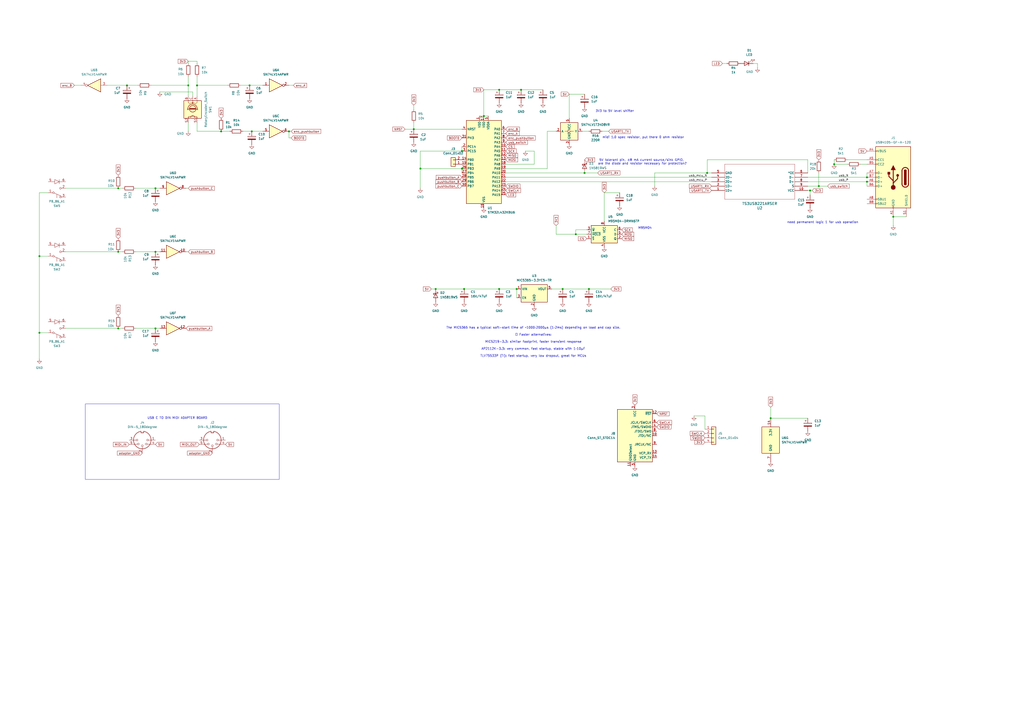
<source format=kicad_sch>
(kicad_sch (version 20250114) (generator "eeschema") (generator_version "9.0")
  (paper "A2")
  (rectangle (start 49.53 234.315) (end 161.925 278.13))
  (text "The MIC5365 has a typical soft-start time of ~1000–2000 µs (1–2 ms) depending on load and cap size.\n\n➡️ Faster alternatives:\n\nMIC5219-3.3: similar footprint, faster transient response\n\nAP2112K-3.3: very common, fast startup, stable with 1–10 µF\n\nTLV75533P (TI): fast startup, very low dropout, great for MCUs\n\n" (at 309.372 199.39 0) (effects (font (size 1.27 1.27))))
  (text "M95M04" (at 374.142 132.334 0) (effects (font (size 1.27 1.27))))
  (text "5V tolerant pin, ±8 mA current source/sink GPIO, \nare the diode and resistor necessary for protection?\n" (at 372.618 93.98 0) (effects (font (size 1.27 1.27))))
  (text "3V3 to 5V level shifter\n" (at 356.616 64.516 0) (effects (font (size 1.27 1.27))))
  (text "need permanent logic 1 for usb operation\n" (at 477.266 129.032 0) (effects (font (size 1.27 1.27))))
  (text "USB C TO DIN MIDI ADAPTER BOARD\n" (at 102.87 242.57 0) (effects (font (size 1.27 1.27))))
  (text "midi 1.0 spec resistor, put there 0 ohm resistor\n\n" (at 373.126 80.772 0) (effects (font (size 1.27 1.27))))
  (junction (at 22.86 193.04))
  (junction (at 469.9 110.49))
  (junction (at 410.21 100.33))
  (junction (at 339.09 100.33))
  (junction (at 483.87 95.25))
  (junction (at 280.67 67.31))
  (junction (at 474.98 107.95))
  (junction (at 502.92 102.87))
  (junction (at 302.26 52.07))
  (junction (at 146.05 76.2))
  (junction (at 90.17 146.05))
  (junction (at 252.73 167.64))
  (junction (at 167.64 76.2))
  (junction (at 326.39 167.64))
  (junction (at 289.56 167.64))
  (junction (at 240.03 74.93))
  (junction (at 73.66 49.53))
  (junction (at 502.92 105.41))
  (junction (at 68.58 146.05))
  (junction (at 518.16 125.73))
  (junction (at 109.22 49.53))
  (junction (at 267.97 87.63))
  (junction (at 68.58 109.22))
  (junction (at 68.58 190.5))
  (junction (at 90.17 190.5))
  (junction (at 144.78 49.53))
  (junction (at 299.72 167.64))
  (junction (at 334.01 135.89))
  (junction (at 22.86 148.59))
  (junction (at 341.63 167.64))
  (junction (at 447.04 242.57))
  (junction (at 267.97 97.79))
  (junction (at 114.3 49.53))
  (junction (at 269.24 167.64))
  (junction (at 243.84 97.79))
  (junction (at 128.27 76.2))
  (junction (at 289.56 52.07))
  (junction (at 90.17 109.22))
  (wire (pts (xy 469.9 110.49) (xy 469.9 113.03)))
  (wire (pts (xy 322.58 130.81) (xy 322.58 135.89)))
  (wire (pts (xy 337.82 76.2) (xy 341.63 76.2)))
  (wire (pts (xy 252.73 167.64) (xy 269.24 167.64)))
  (wire (pts (xy 114.3 49.53) (xy 114.3 55.88)))
  (wire (pts (xy 267.97 85.09) (xy 267.97 87.63)))
  (wire (pts (xy 293.37 100.33) (xy 339.09 100.33)))
  (wire (pts (xy 22.86 111.76) (xy 22.86 148.59)))
  (wire (pts (xy 474.98 107.95) (xy 480.06 107.95)))
  (wire (pts (xy 468.63 92.71) (xy 468.63 100.33)))
  (wire (pts (xy 114.3 35.56) (xy 114.3 36.83)))
  (wire (pts (xy 269.24 167.64) (xy 289.56 167.64)))
  (wire (pts (xy 243.84 97.79) (xy 243.84 109.22)))
  (wire (pts (xy 339.09 100.33) (xy 346.71 100.33)))
  (wire (pts (xy 111.76 55.88) (xy 111.76 53.34)))
  (wire (pts (xy 146.05 76.2) (xy 140.97 76.2)))
  (wire (pts (xy 38.1 146.05) (xy 68.58 146.05)))
  (wire (pts (xy 468.63 92.71) (xy 410.21 92.71)))
  (wire (pts (xy 243.84 87.63) (xy 267.97 87.63)))
  (wire (pts (xy 350.52 111.76) (xy 350.52 128.27)))
  (wire (pts (xy 502.92 100.33) (xy 502.92 102.87)))
  (wire (pts (xy 243.84 87.63) (xy 243.84 97.79)))
  (wire (pts (xy 240.03 60.96) (xy 240.03 63.5)))
  (wire (pts (xy 340.36 133.35) (xy 334.01 133.35)))
  (wire (pts (xy 334.01 135.89) (xy 340.36 135.89)))
  (wire (pts (xy 293.37 95.25) (xy 309.88 95.25)))
  (wire (pts (xy 22.86 148.59) (xy 27.94 148.59)))
  (wire (pts (xy 109.22 44.45) (xy 109.22 49.53)))
  (wire (pts (xy 27.94 111.76) (xy 22.86 111.76)))
  (wire (pts (xy 78.74 146.05) (xy 90.17 146.05)))
  (wire (pts (xy 468.63 107.95) (xy 474.98 107.95)))
  (wire (pts (xy 114.3 44.45) (xy 114.3 49.53)))
  (wire (pts (xy 408.94 241.3) (xy 408.94 248.92)))
  (wire (pts (xy 474.98 100.33) (xy 474.98 107.95)))
  (wire (pts (xy 78.74 109.22) (xy 90.17 109.22)))
  (wire (pts (xy 128.27 76.2) (xy 133.35 76.2)))
  (wire (pts (xy 240.03 71.12) (xy 240.03 74.93)))
  (wire (pts (xy 491.49 95.25) (xy 483.87 95.25)))
  (wire (pts (xy 309.88 95.25) (xy 309.88 87.63)))
  (wire (pts (xy 87.63 49.53) (xy 109.22 49.53)))
  (wire (pts (xy 293.37 105.41) (xy 412.75 105.41)))
  (wire (pts (xy 468.63 102.87) (xy 502.92 102.87)))
  (wire (pts (xy 302.26 52.07) (xy 314.96 52.07)))
  (wire (pts (xy 167.64 76.2) (xy 167.64 80.01)))
  (wire (pts (xy 502.92 105.41) (xy 502.92 107.95)))
  (wire (pts (xy 167.64 76.2) (xy 168.91 76.2)))
  (wire (pts (xy 402.59 241.3) (xy 408.94 241.3)))
  (wire (pts (xy 436.88 36.83) (xy 439.42 36.83)))
  (wire (pts (xy 410.21 92.71) (xy 410.21 100.33)))
  (wire (pts (xy 447.04 242.57) (xy 468.63 242.57)))
  (wire (pts (xy 518.16 125.73) (xy 525.78 125.73)))
  (wire (pts (xy 78.74 190.5) (xy 90.17 190.5)))
  (wire (pts (xy 22.86 193.04) (xy 22.86 208.28)))
  (wire (pts (xy 419.1 36.83) (xy 421.64 36.83)))
  (wire (pts (xy 491.49 92.71) (xy 502.92 92.71)))
  (wire (pts (xy 71.12 146.05) (xy 68.58 146.05)))
  (wire (pts (xy 293.37 97.79) (xy 317.5 97.79)))
  (wire (pts (xy 92.71 146.05) (xy 90.17 146.05)))
  (wire (pts (xy 330.2 68.58) (xy 330.2 54.61)))
  (wire (pts (xy 410.21 100.33) (xy 412.75 100.33)))
  (wire (pts (xy 111.76 53.34) (xy 92.71 53.34)))
  (wire (pts (xy 379.73 100.33) (xy 410.21 100.33)))
  (wire (pts (xy 73.66 49.53) (xy 80.01 49.53)))
  (wire (pts (xy 499.11 95.25) (xy 502.92 95.25)))
  (wire (pts (xy 334.01 133.35) (xy 334.01 135.89)))
  (wire (pts (xy 267.97 97.79) (xy 267.97 100.33)))
  (wire (pts (xy 341.63 167.64) (xy 354.33 167.64)))
  (wire (pts (xy 43.18 49.53) (xy 46.99 49.53)))
  (wire (pts (xy 350.52 111.76) (xy 359.41 111.76)))
  (wire (pts (xy 62.23 49.53) (xy 73.66 49.53)))
  (wire (pts (xy 92.71 190.5) (xy 90.17 190.5)))
  (wire (pts (xy 280.67 67.31) (xy 283.21 67.31)))
  (wire (pts (xy 109.22 35.56) (xy 114.3 35.56)))
  (wire (pts (xy 38.1 190.5) (xy 68.58 190.5)))
  (wire (pts (xy 109.22 109.22) (xy 107.95 109.22)))
  (wire (pts (xy 234.95 74.93) (xy 240.03 74.93)))
  (wire (pts (xy 320.04 167.64) (xy 326.39 167.64)))
  (wire (pts (xy 144.78 49.53) (xy 139.7 49.53)))
  (wire (pts (xy 109.22 76.2) (xy 109.22 71.12)))
  (wire (pts (xy 114.3 76.2) (xy 128.27 76.2)))
  (wire (pts (xy 309.88 87.63) (xy 304.8 87.63)))
  (wire (pts (xy 317.5 76.2) (xy 322.58 76.2)))
  (wire (pts (xy 280.67 52.07) (xy 289.56 52.07)))
  (wire (pts (xy 90.17 109.22) (xy 92.71 109.22)))
  (wire (pts (xy 469.9 110.49) (xy 471.17 110.49)))
  (wire (pts (xy 68.58 109.22) (xy 71.12 109.22)))
  (wire (pts (xy 250.19 167.64) (xy 252.73 167.64)))
  (wire (pts (xy 518.16 130.81) (xy 518.16 125.73)))
  (wire (pts (xy 240.03 74.93) (xy 267.97 74.93)))
  (wire (pts (xy 299.72 167.64) (xy 299.72 172.72)))
  (wire (pts (xy 468.63 105.41) (xy 502.92 105.41)))
  (wire (pts (xy 293.37 102.87) (xy 412.75 102.87)))
  (wire (pts (xy 289.56 167.64) (xy 299.72 167.64)))
  (wire (pts (xy 109.22 49.53) (xy 109.22 55.88)))
  (wire (pts (xy 317.5 76.2) (xy 317.5 97.79)))
  (wire (pts (xy 109.22 36.83) (xy 109.22 35.56)))
  (wire (pts (xy 278.13 67.31) (xy 280.67 67.31)))
  (wire (pts (xy 38.1 109.22) (xy 68.58 109.22)))
  (wire (pts (xy 170.18 49.53) (xy 167.64 49.53)))
  (wire (pts (xy 289.56 52.07) (xy 302.26 52.07)))
  (wire (pts (xy 349.25 76.2) (xy 353.06 76.2)))
  (wire (pts (xy 71.12 190.5) (xy 68.58 190.5)))
  (wire (pts (xy 322.58 135.89) (xy 334.01 135.89)))
  (wire (pts (xy 22.86 148.59) (xy 22.86 193.04)))
  (wire (pts (xy 114.3 71.12) (xy 114.3 76.2)))
  (wire (pts (xy 144.78 49.53) (xy 152.4 49.53)))
  (wire (pts (xy 167.64 80.01) (xy 168.91 80.01)))
  (wire (pts (xy 483.87 95.25) (xy 483.87 92.71)))
  (wire (pts (xy 280.67 67.31) (xy 280.67 52.07)))
  (wire (pts (xy 447.04 236.22) (xy 447.04 242.57)))
  (wire (pts (xy 330.2 54.61) (xy 339.09 54.61)))
  (wire (pts (xy 146.05 76.2) (xy 152.4 76.2)))
  (wire (pts (xy 109.22 146.05) (xy 107.95 146.05)))
  (wire (pts (xy 469.9 110.49) (xy 468.63 110.49)))
  (wire (pts (xy 22.86 193.04) (xy 27.94 193.04)))
  (wire (pts (xy 439.42 36.83) (xy 439.42 39.37)))
  (wire (pts (xy 379.73 107.95) (xy 379.73 100.33)))
  (wire (pts (xy 326.39 167.64) (xy 341.63 167.64)))
  (wire (pts (xy 114.3 49.53) (xy 132.08 49.53)))
  (wire (pts (xy 243.84 97.79) (xy 267.97 97.79)))
  (label "usb_mcu_P" (at 410.21 105.41 180))
  (label "usb_N" (at 486.41 102.87 0))
  (label "usb_mcu_N" (at 410.21 102.87 180))
  (label "usb_P" (at 486.41 105.41 0))
  (global_label "LED" (shape input) (at 419.1 36.83 180) (property "Intersheetrefs" "${INTERSHEET_REFS}" (effects (hide yes))))
  (global_label "3V3" (shape input) (at 109.22 35.56 180) (property "Intersheetrefs" "${INTERSHEET_REFS}" (effects (hide yes))))
  (global_label "enc_pushbutton" (shape input) (at 168.91 76.2 0) (property "Intersheetrefs" "${INTERSHEET_REFS}" (effects (hide yes))))
  (global_label "pushbutton_C" (shape input) (at 109.22 109.22 0) (property "Intersheetrefs" "${INTERSHEET_REFS}" (effects (hide yes))))
  (global_label "3V3" (shape input) (at 128.27 68.58 90) (property "Intersheetrefs" "${INTERSHEET_REFS}" (effects (hide yes))))
  (global_label "CS" (shape input) (at 340.36 138.43 180) (property "Intersheetrefs" "${INTERSHEET_REFS}" (effects (hide yes))))
  (global_label "5V" (shape input) (at 90.17 257.81 0) (property "Intersheetrefs" "${INTERSHEET_REFS}" (effects (hide yes))))
  (global_label "3V3" (shape input) (at 368.3 234.95 90) (property "Intersheetrefs" "${INTERSHEET_REFS}" (effects (hide yes))))
  (global_label "enc_B" (shape input) (at 43.18 49.53 180) (property "Intersheetrefs" "${INTERSHEET_REFS}" (effects (hide yes))))
  (global_label "3V3" (shape input) (at 339.09 92.71 0) (property "Intersheetrefs" "${INTERSHEET_REFS}" (effects (hide yes))))
  (global_label "3V3" (shape input) (at 408.94 256.54 180) (property "Intersheetrefs" "${INTERSHEET_REFS}" (effects (hide yes))))
  (global_label "NRST" (shape input) (at 381 240.03 0) (property "Intersheetrefs" "${INTERSHEET_REFS}" (effects (hide yes))))
  (global_label "enc_pushbutton" (shape input) (at 293.37 80.01 0) (property "Intersheetrefs" "${INTERSHEET_REFS}" (effects (hide yes))))
  (global_label "BOOT0" (shape input) (at 267.97 80.01 180) (property "Intersheetrefs" "${INTERSHEET_REFS}" (effects (hide yes))))
  (global_label "BOOT0" (shape input) (at 168.91 80.01 0) (property "Intersheetrefs" "${INTERSHEET_REFS}" (effects (hide yes))))
  (global_label "MOSI" (shape input) (at 293.37 92.71 0) (property "Intersheetrefs" "${INTERSHEET_REFS}" (effects (hide yes))))
  (global_label "5V" (shape input) (at 130.81 257.81 0) (property "Intersheetrefs" "${INTERSHEET_REFS}" (effects (hide yes))))
  (global_label "USART1_TX" (shape input) (at 412.75 110.49 180) (property "Intersheetrefs" "${INTERSHEET_REFS}" (effects (hide yes))))
  (global_label "3V3" (shape input) (at 354.33 167.64 0) (property "Intersheetrefs" "${INTERSHEET_REFS}" (effects (hide yes))))
  (global_label "3V3" (shape input) (at 240.03 60.96 90) (property "Intersheetrefs" "${INTERSHEET_REFS}" (effects (hide yes))))
  (global_label "SWDIO" (shape input) (at 293.37 107.95 0) (property "Intersheetrefs" "${INTERSHEET_REFS}" (effects (hide yes))))
  (global_label "MIDI_OUT" (shape input) (at 115.57 257.81 180) (property "Intersheetrefs" "${INTERSHEET_REFS}" (effects (hide yes))))
  (global_label "3V3" (shape input) (at 68.58 182.88 90) (property "Intersheetrefs" "${INTERSHEET_REFS}" (effects (hide yes))))
  (global_label "CS" (shape input) (at 293.37 85.09 0) (property "Intersheetrefs" "${INTERSHEET_REFS}" (effects (hide yes))))
  (global_label "enc_B" (shape input) (at 293.37 74.93 0) (property "Intersheetrefs" "${INTERSHEET_REFS}" (effects (hide yes))))
  (global_label "USART1_RX" (shape input) (at 346.71 100.33 0) (property "Intersheetrefs" "${INTERSHEET_REFS}" (effects (hide yes))))
  (global_label "pushbutton_A" (shape input) (at 107.95 190.5 0) (property "Intersheetrefs" "${INTERSHEET_REFS}" (effects (hide yes))))
  (global_label "NRST" (shape input) (at 234.95 74.93 180) (property "Intersheetrefs" "${INTERSHEET_REFS}" (effects (hide yes))))
  (global_label "pushbutton_A" (shape input) (at 267.97 102.87 180) (property "Intersheetrefs" "${INTERSHEET_REFS}" (effects (hide yes))))
  (global_label "pushbutton_C" (shape input) (at 267.97 107.95 180) (property "Intersheetrefs" "${INTERSHEET_REFS}" (effects (hide yes))))
  (global_label "SWCLK" (shape input) (at 381 245.11 0) (property "Intersheetrefs" "${INTERSHEET_REFS}" (effects (hide yes))))
  (global_label "pushbutton_B" (shape input) (at 267.97 105.41 180) (property "Intersheetrefs" "${INTERSHEET_REFS}" (effects (hide yes))))
  (global_label "adapter_GND" (shape input) (at 123.19 262.89 180) (property "Intersheetrefs" "${INTERSHEET_REFS}" (effects (hide yes))))
  (global_label "SWDIO" (shape input) (at 408.94 254 180) (property "Intersheetrefs" "${INTERSHEET_REFS}" (effects (hide yes))))
  (global_label "LED" (shape input) (at 293.37 113.03 0) (property "Intersheetrefs" "${INTERSHEET_REFS}" (effects (hide yes))))
  (global_label "MISO" (shape input) (at 360.68 138.43 0) (property "Intersheetrefs" "${INTERSHEET_REFS}" (effects (hide yes))))
  (global_label "enc_A" (shape input) (at 293.37 77.47 0) (property "Intersheetrefs" "${INTERSHEET_REFS}" (effects (hide yes))))
  (global_label "SCK" (shape input) (at 293.37 87.63 0) (property "Intersheetrefs" "${INTERSHEET_REFS}" (effects (hide yes))))
  (global_label "enc_A" (shape input) (at 170.18 49.53 0) (property "Intersheetrefs" "${INTERSHEET_REFS}" (effects (hide yes))))
  (global_label "3V3" (shape input) (at 474.98 92.71 90) (property "Intersheetrefs" "${INTERSHEET_REFS}" (effects (hide yes))))
  (global_label "usb_switch" (shape input) (at 293.37 82.55 0) (property "Intersheetrefs" "${INTERSHEET_REFS}" (effects (hide yes))))
  (global_label "MIDI_IN" (shape input) (at 74.93 257.81 180) (property "Intersheetrefs" "${INTERSHEET_REFS}" (effects (hide yes))))
  (global_label "USART1_TX" (shape input) (at 353.06 76.2 0) (property "Intersheetrefs" "${INTERSHEET_REFS}" (effects (hide yes))))
  (global_label "usb_switch" (shape input) (at 480.06 107.95 0) (property "Intersheetrefs" "${INTERSHEET_REFS}" (effects (hide yes))))
  (global_label "adapter_GND" (shape input) (at 82.55 262.89 180) (property "Intersheetrefs" "${INTERSHEET_REFS}" (effects (hide yes))))
  (global_label "3V3" (shape input) (at 471.17 110.49 0) (property "Intersheetrefs" "${INTERSHEET_REFS}" (effects (hide yes))))
  (global_label "SWCLK" (shape input) (at 293.37 110.49 0) (property "Intersheetrefs" "${INTERSHEET_REFS}" (effects (hide yes))))
  (global_label "5V" (shape input) (at 330.2 54.61 180) (property "Intersheetrefs" "${INTERSHEET_REFS}" (effects (hide yes))))
  (global_label "5V" (shape input) (at 502.92 87.63 180) (property "Intersheetrefs" "${INTERSHEET_REFS}" (effects (hide yes))))
  (global_label "5V" (shape input) (at 250.19 167.64 180) (property "Intersheetrefs" "${INTERSHEET_REFS}" (effects (hide yes))))
  (global_label "SCK" (shape input) (at 360.68 133.35 0) (property "Intersheetrefs" "${INTERSHEET_REFS}" (effects (hide yes))))
  (global_label "3V3" (shape input) (at 447.04 236.22 90) (property "Intersheetrefs" "${INTERSHEET_REFS}" (effects (hide yes))))
  (global_label "SWCLK" (shape input) (at 408.94 251.46 180) (property "Intersheetrefs" "${INTERSHEET_REFS}" (effects (hide yes))))
  (global_label "3V3" (shape input) (at 350.52 111.76 90) (property "Intersheetrefs" "${INTERSHEET_REFS}" (effects (hide yes))))
  (global_label "MISO" (shape input) (at 293.37 90.17 0) (property "Intersheetrefs" "${INTERSHEET_REFS}" (effects (hide yes))))
  (global_label "SWDIO" (shape input) (at 381 247.65 0) (property "Intersheetrefs" "${INTERSHEET_REFS}" (effects (hide yes))))
  (global_label "3V3" (shape input) (at 322.58 130.81 90) (property "Intersheetrefs" "${INTERSHEET_REFS}" (effects (hide yes))))
  (global_label "3V3" (shape input) (at 68.58 101.6 90) (property "Intersheetrefs" "${INTERSHEET_REFS}" (effects (hide yes))))
  (global_label "MOSI" (shape input) (at 360.68 135.89 0) (property "Intersheetrefs" "${INTERSHEET_REFS}" (effects (hide yes))))
  (global_label "pushbutton_B" (shape input) (at 109.22 146.05 0) (property "Intersheetrefs" "${INTERSHEET_REFS}" (effects (hide yes))))
  (global_label "3V3" (shape input) (at 68.58 138.43 90) (property "Intersheetrefs" "${INTERSHEET_REFS}" (effects (hide yes))))
  (global_label "3V3" (shape input) (at 280.67 52.07 180) (property "Intersheetrefs" "${INTERSHEET_REFS}" (effects (hide yes))))
  (global_label "USART1_RX" (shape input) (at 412.75 107.95 180) (property "Intersheetrefs" "${INTERSHEET_REFS}" (effects (hide yes))))
  (symbol (lib_id "Device:C_Polarized") (at 289.56 55.88 0) (unit 1)
    (property "Reference" "C11" (at 293.37 53.7209 0) (effects (justify left)))
    (property "Value" "1uF" (at 293.37 56.2609 0) (effects (justify left)))
    (property "Footprint" "Capacitor_SMD:C_0603_1608Metric" (effects (hide yes)))
  )
  (symbol (lib_id "power:GND") (at 341.63 175.26 0) (unit 1)
    (property "Reference" "#PWR029" (effects (hide yes)))
    (property "Value" "GND" (at 341.63 180.34 0))
    (property "Description" "Power symbol creates a global label with name \"GND\" , ground" (effects (hide yes)))
  )
  (symbol (lib_id "PB_86_A1:PB_86_A1") (at 33.02 148.59 0) (mirror x) (unit 1)
    (property "Reference" "SW2" (at 33.02 156.21 0))
    (property "Value" "PB_86_A1" (at 33.02 153.67 0))
    (property "Footprint" "PB86:PB_86_A0" (effects (hide yes)))
    (property "Description" "Momentary Switch, single pole double throw" (effects (hide yes)))
  )
  (symbol (lib_id "74xx:74LV14") (at 160.02 49.53 0) (unit 1)
    (property "Reference" "U6" (at 160.02 40.64 0))
    (property "Value" "SN74LV14APWR" (at 160.02 43.18 0))
    (property "Footprint" "Package_SO:TSSOP-14_4.4x5mm_P0.65mm" (effects (hide yes)))
    (property "Datasheet" "http://www.ti.com/lit/gpn/sn74LV14" (effects (hide yes)))
    (property "Description" "Hex Inverter" (effects (hide yes)))
  )
  (symbol (lib_id "power:GND") (at 92.71 53.34 0) (unit 1)
    (property "Reference" "#PWR06" (effects (hide yes)))
    (property "Value" "GND" (at 95.25 54.6099 0) (effects (justify left)))
    (property "Description" "Power symbol creates a global label with name \"GND\" , ground" (effects (hide yes)))
  )
  (symbol (lib_id "PB_86_A1:PB_86_A1") (at 33.02 111.76 0) (mirror x) (unit 1)
    (property "Reference" "SW5" (at 33.02 119.38 0))
    (property "Value" "PB_86_A1" (at 33.02 116.84 0))
    (property "Footprint" "PB86:PB_86_A0" (effects (hide yes)))
    (property "Description" "Momentary Switch, single pole double throw" (effects (hide yes)))
  )
  (symbol (lib_id "power:GND") (at 302.26 59.69 0) (unit 1)
    (property "Reference" "#PWR026" (effects (hide yes)))
    (property "Value" "GND" (at 302.26 64.77 0))
    (property "Description" "Power symbol creates a global label with name \"GND\" , ground" (effects (hide yes)))
  )
  (symbol (lib_id "Device:C_Polarized") (at 302.26 55.88 0) (unit 1)
    (property "Reference" "C12" (at 306.07 53.7209 0) (effects (justify left)))
    (property "Value" "1uF" (at 306.07 56.2609 0) (effects (justify left)))
    (property "Footprint" "Capacitor_SMD:C_0603_1608Metric" (effects (hide yes)))
    (property "Description" "Polarized capacitor" (effects (hide yes)))
  )
  (symbol (lib_id "power:GND") (at 350.52 143.51 0) (unit 1)
    (property "Reference" "#PWR016" (effects (hide yes)))
    (property "Value" "GND" (at 350.52 148.59 0))
    (property "Description" "Power symbol creates a global label with name \"GND\" , ground" (effects (hide yes)))
  )
  (symbol (lib_id "Device:C_Polarized") (at 240.03 78.74 0) (unit 1)
    (property "Reference" "C2" (at 244.348 78.232 0) (effects (justify left)))
    (property "Value" "1uF" (at 243.586 80.772 0) (effects (justify left)))
    (property "Footprint" "Capacitor_SMD:C_0603_1608Metric" (effects (hide yes)))
    (property "Description" "Polarized capacitor" (effects (hide yes)))
  )
  (symbol (lib_id "power:GND") (at 243.84 109.22 0) (unit 1)
    (property "Reference" "#PWR033" (effects (hide yes)))
    (property "Value" "GND" (at 243.84 114.3 0))
    (property "Description" "Power symbol creates a global label with name \"GND\" , ground" (effects (hide yes)))
  )
  (symbol (lib_id "Device:R") (at 68.58 186.69 180) (unit 1)
    (property "Reference" "R15" (at 62.738 186.182 0) (effects (justify right)))
    (property "Value" "10k" (at 62.484 188.976 0) (effects (justify right)))
    (property "Footprint" "Resistor_SMD:R_0603_1608Metric" (effects (hide yes)))
    (property "Description" "Resistor" (effects (hide yes)))
  )
  (symbol (lib_id "Device:R") (at 425.45 36.83 90) (unit 1)
    (property "Reference" "R4" (at 425.45 39.37 90))
    (property "Value" "1k" (at 425.45 41.91 90))
    (property "Footprint" "Resistor_SMD:R_0603_1608Metric" (effects (hide yes)))
    (property "Description" "Resistor" (effects (hide yes)))
  )
  (symbol (lib_id "power:GND") (at 314.96 59.69 0) (unit 1)
    (property "Reference" "#PWR020" (effects (hide yes)))
    (property "Value" "GND" (at 314.96 64.77 0))
    (property "Description" "Power symbol creates a global label with name \"GND\" , ground" (effects (hide yes)))
  )
  (symbol (lib_id "MCU_ST_STM32L4:STM32L432KCUx") (at 280.67 95.25 0) (unit 1)
    (property "Reference" "U1" (at 282.8133 120.65 0) (effects (justify left)))
    (property "Value" "STM32L432KBU6" (at 282.8133 123.19 0) (effects (justify left)))
    (property "Footprint" "Package_DFN_QFN:QFN-32-1EP_5x5mm_P0.5mm_EP3.45x3.45mm" (effects (hide yes)))
    (property "Datasheet" "https://www.st.com/resource/en/datasheet/stm32l432kc.pdf" (effects (hide yes)))
    (property "Description" "STMicroelectronics Arm Cortex-M4 MCU, 256KB flash, 64KB RAM, 80 MHz, 1.71-3.6V, 26 GPIO, UFQFPN32" (effects (hide yes)))
  )
  (symbol (lib_id "power:GND") (at 269.24 175.26 0) (unit 1)
    (property "Reference" "#PWR04" (effects (hide yes)))
    (property "Value" "GND" (at 269.24 180.34 0))
    (property "Description" "Power symbol creates a global label with name \"GND\" , ground" (effects (hide yes)))
  )
  (symbol (lib_id "power:GND") (at 90.17 116.84 0) (mirror y) (unit 1)
    (property "Reference" "#PWR021" (effects (hide yes)))
    (property "Value" "GND" (at 90.17 121.92 0))
    (property "Description" "Power symbol creates a global label with name \"GND\" , ground" (effects (hide yes)))
  )
  (symbol (lib_id "Device:R") (at 68.58 142.24 180) (unit 1)
    (property "Reference" "R11" (at 62.738 141.732 0) (effects (justify right)))
    (property "Value" "10k" (at 62.484 144.526 0) (effects (justify right)))
    (property "Footprint" "Resistor_SMD:R_0603_1608Metric" (effects (hide yes)))
    (property "Description" "Resistor" (effects (hide yes)))
  )
  (symbol (lib_id "power:GND") (at 304.8 87.63 0) (unit 1)
    (property "Reference" "#PWR09" (effects (hide yes)))
    (property "Value" "GND" (at 304.8 92.71 0))
    (property "Description" "Power symbol creates a global label with name \"GND\" , ground" (effects (hide yes)))
  )
  (symbol (lib_id "power:GND") (at 109.22 76.2 0) (mirror y) (unit 1)
    (property "Reference" "#PWR027" (effects (hide yes)))
    (property "Value" "GND" (at 106.68 77.4699 0) (effects (justify left)))
    (property "Description" "Power symbol creates a global label with name \"GND\" , ground" (effects (hide yes)))
  )
  (symbol (lib_id "Device:C_Polarized") (at 359.41 115.57 0) (unit 1)
    (property "Reference" "C18" (at 363.22 113.4109 0) (effects (justify left)))
    (property "Value" "1uF" (at 363.22 115.9509 0) (effects (justify left)))
    (property "Footprint" "Capacitor_SMD:C_0603_1608Metric" (effects (hide yes)))
    (property "Description" "Polarized capacitor" (effects (hide yes)))
  )
  (symbol (lib_id "Device:C_Polarized") (at 341.63 171.45 0) (unit 1)
    (property "Reference" "C14" (at 345.44 169.2909 0) (effects (justify left)))
    (property "Value" "16V/47uF" (at 345.44 171.8309 0) (effects (justify left)))
    (property "Footprint" "Capacitor_SMD:C_1206_3216Metric" (effects (hide yes)))
    (property "Description" "Polarized capacitor" (effects (hide yes)))
  )
  (symbol (lib_id "power:GND") (at 439.42 39.37 0) (unit 1)
    (property "Reference" "#PWR012" (effects (hide yes)))
    (property "Value" "GND" (at 434.848 41.656 0))
    (property "Description" "Power symbol creates a global label with name \"GND\" , ground" (effects (hide yes)))
  )
  (symbol (lib_id "Connector:USB_C_Receptacle_USB2.0_16P") (at 518.16 102.87 0) (mirror y) (unit 1)
    (property "Reference" "J1" (at 518.16 80.01 0))
    (property "Value" "USB4105-GF-A-120" (at 518.16 82.55 0))
    (property "Footprint" "Connector_USB:USB_C_Receptacle_GCT_USB4105-xx-A_16P_TopMnt_Horizontal" (effects (hide yes)))
    (property "Datasheet" "https://www.usb.org/sites/default/files/documents/usb_type-c.zip" (effects (hide yes)))
    (property "Description" "C2765186" (effects (hide yes)))
  )
  (symbol (lib_id "power:GND") (at 359.41 119.38 0) (unit 1)
    (property "Reference" "#PWR015" (effects (hide yes)))
    (property "Value" "GND" (at 359.41 124.46 0))
    (property "Description" "Power symbol creates a global label with name \"GND\" , ground" (effects (hide yes)))
  )
  (symbol (lib_id "Device:C_Polarized") (at 314.96 55.88 0) (unit 1)
    (property "Reference" "C5" (at 318.77 53.7209 0) (effects (justify left)))
    (property "Value" "1uF" (at 318.77 56.2609 0) (effects (justify left)))
    (property "Footprint" "Capacitor_SMD:C_0603_1608Metric" (effects (hide yes)))
    (property "Description" "Polarized capacitor" (effects (hide yes)))
  )
  (symbol (lib_id "Connector_Generic:Conn_01x04") (at 414.02 251.46 0) (unit 1)
    (property "Reference" "J5" (at 416.56 251.4599 0) (effects (justify left)))
    (property "Value" "Conn_01x04" (at 416.56 253.9999 0) (effects (justify left)))
    (property "Footprint" "Connector_PinHeader_2.54mm:PinHeader_1x04_P2.54mm_Vertical" (effects (hide yes)))
    (property "Description" "Generic connector, single row, 01x04, script generated (kicad-library-utils/schlib/autogen/connector/)" (effects (hide yes)))
  )
  (symbol (lib_id "power:GND") (at 90.17 153.67 0) (mirror y) (unit 1)
    (property "Reference" "#PWR022" (effects (hide yes)))
    (property "Value" "GND" (at 90.17 158.75 0))
    (property "Description" "Power symbol creates a global label with name \"GND\" , ground" (effects (hide yes)))
  )
  (symbol (lib_id "Device:R") (at 137.16 76.2 270) (unit 1)
    (property "Reference" "R14" (at 137.16 69.85 90))
    (property "Value" "10k" (at 137.16 72.39 90))
    (property "Footprint" "Resistor_SMD:R_0603_1608Metric" (effects (hide yes)))
    (property "Description" "Resistor" (effects (hide yes)))
  )
  (symbol (lib_id "Device:R") (at 128.27 72.39 180) (unit 1)
    (property "Reference" "R1" (at 130.81 71.1199 0) (effects (justify right)))
    (property "Value" "10k" (at 130.81 73.6599 0) (effects (justify right)))
    (property "Footprint" "Resistor_SMD:R_0603_1608Metric" (effects (hide yes)))
    (property "Description" "Resistor" (effects (hide yes)))
  )
  (symbol (lib_id "Device:R") (at 495.3 95.25 90) (unit 1)
    (property "Reference" "R3" (at 495.3 97.79 90))
    (property "Value" "5k1" (at 495.3 100.33 90))
    (property "Footprint" "Resistor_SMD:R_0603_1608Metric" (effects (hide yes)))
    (property "Description" "Resistor" (effects (hide yes)))
  )
  (symbol (lib_id "Connector:DIN-5_180degree") (at 123.19 255.27 180) (unit 1)
    (property "Reference" "J2" (at 123.1899 245.11 0))
    (property "Value" "DIN-5_180degree" (at 123.1899 247.65 0))
    (property "Datasheet" "http://www.mouser.com/ds/2/18/40_c091_abd_e-75918.pdf" (effects (hide yes)))
    (property "Description" "5-pin DIN connector (5-pin DIN-5 stereo)" (effects (hide yes)))
  )
  (symbol (lib_id "power:GND") (at 339.09 62.23 0) (unit 1)
    (property "Reference" "#PWR035" (effects (hide yes)))
    (property "Value" "GND" (at 339.09 67.31 0))
    (property "Description" "Power symbol creates a global label with name \"GND\" , ground" (effects (hide yes)))
  )
  (symbol (lib_id "power:GND") (at 368.3 270.51 0) (unit 1)
    (property "Reference" "#PWR030" (effects (hide yes)))
    (property "Value" "GND" (at 368.3 275.59 0))
    (property "Description" "Power symbol creates a global label with name \"GND\" , ground" (effects (hide yes)))
  )
  (symbol (lib_id "Regulator_Linear:MIC5365-1.0YC5") (at 309.88 170.18 0) (unit 1)
    (property "Reference" "U3" (at 309.88 160.02 0))
    (property "Value" "MIC5365-3.3YC5-TR" (at 309.88 162.56 0))
    (property "Footprint" "Package_TO_SOT_SMD:SOT-353_SC-70-5" (effects (hide yes)))
    (property "Datasheet" "https://ww1.microchip.com/downloads/aemDocuments/documents/APID/ProductDocuments/DataSheets/MIC5365-6-High-Performance-Single-150mA-LDO-DS20006605A.pdf" (effects (hide yes)))
    (property "Description" "150mA Low-dropout Voltage Regulator, Vout 1.0V, Vin up to 5.5V, SC-70-5" (effects (hide yes)))
  )
  (symbol (lib_id "Device:C_Polarized") (at 468.63 246.38 0) (unit 1)
    (property "Reference" "C13" (at 472.44 244.2209 0) (effects (justify left)))
    (property "Value" "1uF" (at 472.44 246.7609 0) (effects (justify left)))
    (property "Footprint" "Capacitor_SMD:C_0603_1608Metric" (effects (hide yes)))
    (property "Description" "Polarized capacitor" (effects (hide yes)))
  )
  (symbol (lib_id "power:GND") (at 326.39 175.26 0) (unit 1)
    (property "Reference" "#PWR019" (effects (hide yes)))
    (property "Value" "GND" (at 326.39 180.34 0))
    (property "Description" "Power symbol creates a global label with name \"GND\" , ground" (effects (hide yes)))
  )
  (symbol (lib_id "Device:R") (at 114.3 40.64 180) (unit 1)
    (property "Reference" "R7" (at 116.84 39.3699 0) (effects (justify right)))
    (property "Value" "10k" (at 116.84 41.9099 0) (effects (justify right)))
    (property "Footprint" "Resistor_SMD:R_0603_1608Metric" (effects (hide yes)))
    (property "Description" "Resistor" (effects (hide yes)))
  )
  (symbol (lib_id "Device:R") (at 74.93 109.22 90) (mirror x) (unit 1)
    (property "Reference" "R12" (at 75.438 115.062 0) (effects (justify right)))
    (property "Value" "10k" (at 72.644 115.316 0) (effects (justify right)))
    (property "Footprint" "Resistor_SMD:R_0603_1608Metric" (effects (hide yes)))
    (property "Description" "Resistor" (effects (hide yes)))
  )
  (symbol (lib_id "Device:R") (at 74.93 190.5 90) (mirror x) (unit 1)
    (property "Reference" "R17" (at 75.438 196.342 0) (effects (justify right)))
    (property "Value" "10k" (at 72.644 196.596 0) (effects (justify right)))
    (property "Footprint" "Resistor_SMD:R_0603_1608Metric" (effects (hide yes)))
    (property "Description" "Resistor" (effects (hide yes)))
  )
  (symbol (lib_id "Device:C_Polarized") (at 90.17 194.31 0) (mirror y) (unit 1)
    (property "Reference" "C17" (at 86.36 192.1509 0) (effects (justify left)))
    (property "Value" "1uF" (at 86.36 194.6909 0) (effects (justify left)))
    (property "Footprint" "Capacitor_SMD:C_0603_1608Metric" (effects (hide yes)))
    (property "Description" "Polarized capacitor" (effects (hide yes)))
  )
  (symbol (lib_id "power:GND") (at 483.87 95.25 0) (unit 1)
    (property "Reference" "#PWR08" (effects (hide yes)))
    (property "Value" "GND" (at 483.87 100.33 0))
    (property "Description" "Power symbol creates a global label with name \"GND\" , ground" (effects (hide yes)))
  )
  (symbol (lib_id "power:GND") (at 252.73 175.26 0) (unit 1)
    (property "Reference" "#PWR032" (effects (hide yes)))
    (property "Value" "GND" (at 252.73 180.34 0))
    (property "Description" "Power symbol creates a global label with name \"GND\" , ground" (effects (hide yes)))
  )
  (symbol (lib_id "power:GND") (at 379.73 107.95 0) (unit 1)
    (property "Reference" "#PWR014" (effects (hide yes)))
    (property "Value" "GND" (at 379.73 113.03 0))
    (property "Description" "Power symbol creates a global label with name \"GND\" , ground" (effects (hide yes)))
  )
  (symbol (lib_id "74xx:74LV14") (at 447.04 255.27 0) (unit 7)
    (property "Reference" "U6" (at 453.39 253.9999 0) (effects (justify left)))
    (property "Value" "SN74LV14APWR" (at 453.39 256.5399 0) (effects (justify left)))
    (property "Footprint" "Package_SO:TSSOP-14_4.4x5mm_P0.65mm" (effects (hide yes)))
    (property "Datasheet" "http://www.ti.com/lit/gpn/sn74LV14" (effects (hide yes)))
    (property "Description" "Hex Inverter" (effects (hide yes)))
  )
  (symbol (lib_id "Device:D_Schottky") (at 339.09 96.52 270) (unit 1)
    (property "Reference" "D3" (at 341.63 94.9324 90) (effects (justify left)))
    (property "Value" "1N5819WS" (at 341.63 97.4724 90) (effects (justify left)))
    (property "Footprint" "Diode_SMD:D_SOD-323" (effects (hide yes)))
    (property "Description" "1N5819WS" (effects (hide yes)))
  )
  (symbol (lib_id "Device:R") (at 240.03 67.31 180) (unit 1)
    (property "Reference" "R5" (at 242.57 66.0399 0) (effects (justify right)))
    (property "Value" "10k" (at 242.57 68.5799 0) (effects (justify right)))
    (property "Footprint" "Resistor_SMD:R_0603_1608Metric" (effects (hide yes)))
    (property "Description" "Resistor" (effects (hide yes)))
  )
  (symbol (lib_id "power:GND") (at 469.9 120.65 0) (unit 1)
    (property "Reference" "#PWR034" (effects (hide yes)))
    (property "Value" "GND" (at 469.9 125.73 0))
    (property "Description" "Power symbol creates a global label with name \"GND\" , ground" (effects (hide yes)))
  )
  (symbol (lib_id "Device:R") (at 474.98 96.52 0) (unit 1)
    (property "Reference" "R18" (at 469.646 95.25 0) (effects (justify left)))
    (property "Value" "20k" (at 469.646 97.79 0) (effects (justify left)))
    (property "Footprint" "Resistor_SMD:R_0603_1608Metric" (effects (hide yes)))
    (property "Description" "Resistor" (effects (hide yes)))
  )
  (symbol (lib_id "power:GND") (at 146.05 83.82 0) (unit 1)
    (property "Reference" "#PWR023" (effects (hide yes)))
    (property "Value" "GND" (at 146.05 88.9 0))
    (property "Description" "Power symbol creates a global label with name \"GND\" , ground" (effects (hide yes)))
  )
  (symbol (lib_id "Device:C_Polarized") (at 289.56 171.45 0) (unit 1)
    (property "Reference" "C3" (at 293.37 169.2909 0) (effects (justify left)))
    (property "Value" "1uF" (at 293.37 171.8309 0) (effects (justify left)))
    (property "Footprint" "Capacitor_SMD:C_0603_1608Metric" (effects (hide yes)))
    (property "Description" "Polarized capacitor" (effects (hide yes)))
  )
  (symbol (lib_id "2025-07-31_14-13-11:TS3USB221ARSER") (at 412.75 110.49 0) (mirror x) (unit 1)
    (property "Reference" "U2" (at 440.69 120.65 0) (effects (font (size 1.524 1.524))))
    (property "Value" "TS3USB221ARSER" (at 440.69 118.11 0) (effects (font (size 1.524 1.524))))
    (property "Footprint" "footprints:RSE10" (effects (hide yes)))
    (property "Datasheet" "https://www.ti.com/lit/gpn/ts3usb221a" (effects (hide yes)))
  )
  (symbol (lib_id "Device:R") (at 135.89 49.53 270) (unit 1)
    (property "Reference" "R8" (at 135.382 55.372 0) (effects (justify right)))
    (property "Value" "10k" (at 138.176 55.626 0) (effects (justify right)))
    (property "Footprint" "Resistor_SMD:R_0603_1608Metric" (effects (hide yes)))
    (property "Description" "Resistor" (effects (hide yes)))
  )
  (symbol (lib_id "74xx:74LV14") (at 54.61 49.53 180) (unit 2)
    (property "Reference" "U6" (at 54.61 40.64 0))
    (property "Value" "SN74LV14APWR" (at 54.61 43.18 0))
    (property "Footprint" "Package_SO:TSSOP-14_4.4x5mm_P0.65mm" (effects (hide yes)))
    (property "Datasheet" "http://www.ti.com/lit/gpn/sn74LV14" (effects (hide yes)))
    (property "Description" "Hex Inverter" (effects (hide yes)))
  )
  (symbol (lib_id "PB_86_A1:PB_86_A1") (at 33.02 193.04 0) (mirror x) (unit 1)
    (property "Reference" "SW3" (at 33.02 200.66 0))
    (property "Value" "PB_86_A1" (at 33.02 198.12 0))
    (property "Footprint" "PB86:PB_86_A0" (effects (hide yes)))
    (property "Description" "Momentary Switch, single pole double throw" (effects (hide yes)))
  )
  (symbol (lib_id "Device:R") (at 109.22 40.64 180) (unit 1)
    (property "Reference" "R6" (at 103.378 40.132 0) (effects (justify right)))
    (property "Value" "10k" (at 103.124 42.926 0) (effects (justify right)))
    (property "Footprint" "Resistor_SMD:R_0603_1608Metric" (effects (hide yes)))
    (property "Description" "Resistor" (effects (hide yes)))
  )
  (symbol (lib_id "power:GND") (at 144.78 57.15 0) (unit 1)
    (property "Reference" "#PWR017" (effects (hide yes)))
    (property "Value" "GND" (at 144.78 62.23 0))
    (property "Description" "Power symbol creates a global label with name \"GND\" , ground" (effects (hide yes)))
  )
  (symbol (lib_id "power:GND") (at 73.66 57.15 0) (mirror y) (unit 1)
    (property "Reference" "#PWR018" (effects (hide yes)))
    (property "Value" "GND" (at 73.66 62.23 0))
    (property "Description" "Power symbol creates a global label with name \"GND\" , ground" (effects (hide yes)))
  )
  (symbol (lib_id "power:GND") (at 518.16 130.81 0) (unit 1)
    (property "Reference" "#PWR01" (effects (hide yes)))
    (property "Value" "GND" (at 518.16 135.89 0))
    (property "Description" "Power symbol creates a global label with name \"GND\" , ground" (effects (hide yes)))
  )
  (symbol (lib_id "Device:RotaryEncoder_Switch") (at 111.76 63.5 270) (unit 1)
    (property "Reference" "SW1" (at 121.92 63.5 0))
    (property "Value" "RotaryEncoder_Switch" (at 119.38 63.5 0))
    (property "Footprint" "Rotary_Encoder:RotaryEncoder_Alps_EC11E-Switch_Vertical_H20mm" (effects (hide yes)))
    (property "Description" "Rotary encoder, dual channel, incremental quadrate outputs, with switch" (effects (hide yes)))
  )
  (symbol (lib_id "power:GND") (at 240.03 82.55 0) (unit 1)
    (property "Reference" "#PWR05" (effects (hide yes)))
    (property "Value" "GND" (at 240.03 87.63 0))
    (property "Description" "Power symbol creates a global label with name \"GND\" , ground" (effects (hide yes)))
  )
  (symbol (lib_id "Device:C_Polarized") (at 90.17 149.86 0) (mirror y) (unit 1)
    (property "Reference" "C9" (at 86.36 147.7009 0) (effects (justify left)))
    (property "Value" "1uF" (at 86.36 150.2409 0) (effects (justify left)))
    (property "Footprint" "Capacitor_SMD:C_0603_1608Metric" (effects (hide yes)))
    (property "Description" "Polarized capacitor" (effects (hide yes)))
  )
  (symbol (lib_id "power:GND") (at 22.86 208.28 0) (unit 1)
    (property "Reference" "#PWR07" (effects (hide yes)))
    (property "Value" "GND" (at 22.86 213.36 0))
    (property "Description" "Power symbol creates a global label with name \"GND\" , ground" (effects (hide yes)))
  )
  (symbol (lib_id "Device:C_Polarized") (at 269.24 171.45 0) (unit 1)
    (property "Reference" "C1" (at 273.05 169.2909 0) (effects (justify left)))
    (property "Value" "16V/47uF" (at 273.05 171.8309 0) (effects (justify left)))
    (property "Footprint" "Capacitor_SMD:C_1206_3216Metric" (effects (hide yes)))
    (property "Description" "Polarized capacitor" (effects (hide yes)))
  )
  (symbol (lib_id "Device:D_Schottky") (at 252.73 171.45 270) (unit 1)
    (property "Reference" "D2" (at 255.27 169.8624 90) (effects (justify left)))
    (property "Value" "1N5819WS" (at 255.27 172.4024 90) (effects (justify left)))
    (property "Footprint" "Diode_SMD:D_SOD-323" (effects (hide yes)))
    (property "Description" "Schottky diode" (effects (hide yes)))
  )
  (symbol (lib_id "Device:R") (at 68.58 105.41 180) (unit 1)
    (property "Reference" "R10" (at 62.738 104.902 0) (effects (justify right)))
    (property "Value" "10k" (at 62.484 107.696 0) (effects (justify right)))
    (property "Footprint" "Resistor_SMD:R_0603_1608Metric" (effects (hide yes)))
    (property "Description" "Resistor" (effects (hide yes)))
  )
  (symbol (lib_id "power:GND") (at 289.56 59.69 0) (unit 1)
    (property "Reference" "#PWR025" (effects (hide yes)))
    (property "Value" "GND" (at 289.56 64.77 0))
    (property "Description" "Power symbol creates a global label with name \"GND\" , ground" (effects (hide yes)))
  )
  (symbol (lib_id "74xx:74LV14") (at 100.33 109.22 0) (unit 4)
    (property "Reference" "U6" (at 100.33 100.33 0))
    (property "Value" "SN74LV14APWR" (at 100.33 102.87 0))
    (property "Footprint" "Package_SO:TSSOP-14_4.4x5mm_P0.65mm" (effects (hide yes)))
    (property "Datasheet" "http://www.ti.com/lit/gpn/sn74LV14" (effects (hide yes)))
    (property "Description" "Hex Inverter" (effects (hide yes)))
  )
  (symbol (lib_id "Device:R") (at 487.68 92.71 90) (unit 1)
    (property "Reference" "R2" (at 487.68 86.36 90))
    (property "Value" "5k1" (at 487.68 88.9 90))
    (property "Footprint" "Resistor_SMD:R_0603_1608Metric" (effects (hide yes)))
    (property "Description" "Resistor" (effects (hide yes)))
  )
  (symbol (lib_id "power:GND") (at 468.63 250.19 0) (unit 1)
    (property "Reference" "#PWR028" (effects (hide yes)))
    (property "Value" "GND" (at 468.63 255.27 0))
    (property "Description" "Power symbol creates a global label with name \"GND\" , ground" (effects (hide yes)))
  )
  (symbol (lib_id "Connector_Generic:Conn_01x02") (at 262.89 95.25 180) (unit 1)
    (property "Reference" "J3" (at 262.89 86.36 0))
    (property "Value" "Conn_01x02" (at 262.89 88.9 0))
    (property "Footprint" "Connector_PinHeader_1.00mm:PinHeader_1x02_P1.00mm_Vertical" (effects (hide yes)))
    (property "Description" "Generic connector, single row, 01x02, script generated (kicad-library-utils/schlib/autogen/connector/)" (effects (hide yes)))
  )
  (symbol (lib_id "power:GND") (at 289.56 175.26 0) (unit 1)
    (property "Reference" "#PWR013" (effects (hide yes)))
    (property "Value" "GND" (at 289.56 180.34 0))
    (property "Description" "Power symbol creates a global label with name \"GND\" , ground" (effects (hide yes)))
  )
  (symbol (lib_id "power:GND") (at 280.67 120.65 0) (unit 1)
    (property "Reference" "#PWR02" (effects (hide yes)))
    (property "Value" "GND" (at 280.67 125.73 0))
    (property "Description" "Power symbol creates a global label with name \"GND\" , ground" (effects (hide yes)))
  )
  (symbol (lib_id "Memory_EEPROM:M95256-WMN6P") (at 350.52 135.89 0) (unit 1)
    (property "Reference" "U5" (at 352.6633 125.73 0) (effects (justify left)))
    (property "Value" "M95M04-DRMN6TP" (at 352.6633 128.27 0) (effects (justify left)))
    (property "Footprint" "Package_SO:SOIC-8_3.9x4.9mm_P1.27mm" (effects (hide yes)))
    (property "Datasheet" "http://www.st.com/content/ccc/resource/technical/document/datasheet/9d/75/f0/3e/76/00/4c/0b/CD00103810.pdf/files/CD00103810.pdf/jcr:content/translations/en.CD00103810.pdf" (effects (hide yes)))
    (property "Description" "SPI EEPROM, 256Kb (32K x 8), No Identification Page, 2.5 to 5.5V, SO8" (effects (hide yes)))
  )
  (symbol (lib_id "74xx:74LV14") (at 160.02 76.2 0) (unit 3)
    (property "Reference" "U6" (at 160.02 67.31 0))
    (property "Value" "SN74LV14APWR" (at 160.02 69.85 0))
    (property "Footprint" "Package_SO:TSSOP-14_4.4x5mm_P0.65mm" (effects (hide yes)))
    (property "Datasheet" "http://www.ti.com/lit/gpn/sn74LV14" (effects (hide yes)))
    (property "Description" "Hex Inverter" (effects (hide yes)))
  )
  (symbol (lib_id "Device:R") (at 345.44 76.2 90) (unit 1)
    (property "Reference" "R16" (at 345.44 78.74 90))
    (property "Value" "220R" (at 345.44 81.28 90))
    (property "Footprint" "Resistor_SMD:R_0603_1608Metric" (effects (hide yes)))
    (property "Description" "Resistor" (effects (hide yes)))
  )
  (symbol (lib_id "power:GND") (at 447.04 267.97 0) (unit 1)
    (property "Reference" "#PWR024" (effects (hide yes)))
    (property "Value" "GND" (at 447.04 273.05 0))
    (property "Description" "Power symbol creates a global label with name \"GND\" , ground" (effects (hide yes)))
  )
  (symbol (lib_id "Device:LED") (at 433.07 36.83 180) (unit 1)
    (property "Reference" "D1" (at 434.6575 29.21 0))
    (property "Value" "LED" (at 434.6575 31.75 0))
    (property "Footprint" "LED_SMD:LED_0805_2012Metric_Pad1.15x1.40mm_HandSolder" (effects (hide yes)))
    (property "Description" "Light emitting diode" (effects (hide yes)))
    (property "Sim.Pins" "1=K 2=A" (effects (hide yes)))
  )
  (symbol (lib_id "Device:C_Polarized") (at 339.09 58.42 0) (unit 1)
    (property "Reference" "C16" (at 342.9 56.2609 0) (effects (justify left)))
    (property "Value" "1uF" (at 342.9 58.8009 0) (effects (justify left)))
    (property "Footprint" "Capacitor_SMD:C_0603_1608Metric" (effects (hide yes)))
    (property "Description" "Polarized capacitor" (effects (hide yes)))
  )
  (symbol (lib_id "Connector:Conn_ST_STDC14") (at 368.3 252.73 0) (unit 1)
    (property "Reference" "J8" (at 356.87 251.4599 0) (effects (justify right)))
    (property "Value" "Conn_ST_STDC14" (at 356.87 253.9999 0) (effects (justify right)))
    (property "Footprint" "Connector_PinHeader_1.27mm:PinHeader_2x07_P1.27mm_Vertical_SMD" (effects (hide yes)))
    (property "Datasheet" "https://www.st.com/content/ccc/resource/technical/document/user_manual/group1/99/49/91/b6/b2/3a/46/e5/DM00526767/files/DM00526767.pdf/jcr:content/translations/en.DM00526767.pdf" (effects (hide yes)))
    (property "Description" "ST Debug Connector, standard ARM Cortex-M SWD and JTAG interface plus UART" (effects (hide yes)))
  )
  (symbol (lib_id "power:GND") (at 330.2 83.82 0) (unit 1)
    (property "Reference" "#PWR031" (effects (hide yes)))
    (property "Value" "GND" (at 330.2 88.9 0))
    (property "Description" "Power symbol creates a global label with name \"GND\" , ground" (effects (hide yes)))
  )
  (symbol (lib_id "Device:C_Polarized") (at 73.66 53.34 0) (mirror y) (unit 1)
    (property "Reference" "C7" (at 69.85 51.1809 0) (effects (justify left)))
    (property "Value" "1uF" (at 69.85 53.7209 0) (effects (justify left)))
    (property "Footprint" "Capacitor_SMD:C_0603_1608Metric" (effects (hide yes)))
    (property "Description" "Polarized capacitor" (effects (hide yes)))
  )
  (symbol (lib_id "power:GND") (at 90.17 198.12 0) (mirror y) (unit 1)
    (property "Reference" "#PWR010" (effects (hide yes)))
    (property "Value" "GND" (at 90.17 203.2 0))
    (property "Description" "Power symbol creates a global label with name \"GND\" , ground" (effects (hide yes)))
  )
  (symbol (lib_id "Device:C_Polarized") (at 326.39 171.45 0) (unit 1)
    (property "Reference" "C4" (at 330.2 169.2909 0) (effects (justify left)))
    (property "Value" "1uF" (at 330.2 171.8309 0) (effects (justify left)))
    (property "Footprint" "Capacitor_SMD:C_0603_1608Metric" (effects (hide yes)))
    (property "Description" "Polarized capacitor" (effects (hide yes)))
  )
  (symbol (lib_id "Logic_LevelTranslator:SN74LV1T34DBV") (at 330.2 76.2 0) (unit 1)
    (property "Reference" "U4" (at 345.44 69.7798 0))
    (property "Value" "SN74LV1T34DBVR" (at 345.44 72.3198 0))
    (property "Footprint" "Package_TO_SOT_SMD:SOT-23-5" (effects (hide yes)))
    (property "Datasheet" "https://www.ti.com/lit/ds/symlink/sn74lv1t34.pdf" (effects (hide yes)))
    (property "Description" "Single Power Supply, Single Buffer GATE, CMOS Logic, Level Shifter, SOT-23-5" (effects (hide yes)))
  )
  (symbol (lib_id "power:GND") (at 309.88 177.8 0) (unit 1)
    (property "Reference" "#PWR03" (effects (hide yes)))
    (property "Value" "GND" (at 309.88 182.88 0))
    (property "Description" "Power symbol creates a global label with name \"GND\" , ground" (effects (hide yes)))
  )
  (symbol (lib_id "Device:R") (at 74.93 146.05 90) (mirror x) (unit 1)
    (property "Reference" "R13" (at 75.438 151.892 0) (effects (justify right)))
    (property "Value" "10k" (at 72.644 152.146 0) (effects (justify right)))
    (property "Footprint" "Resistor_SMD:R_0603_1608Metric" (effects (hide yes)))
    (property "Description" "Resistor" (effects (hide yes)))
  )
  (symbol (lib_id "74xx:74LV14") (at 100.33 146.05 0) (unit 5)
    (property "Reference" "U6" (at 100.33 137.16 0))
    (property "Value" "SN74LV14APWR" (at 100.33 139.7 0))
    (property "Footprint" "Package_SO:TSSOP-14_4.4x5mm_P0.65mm" (effects (hide yes)))
    (property "Datasheet" "http://www.ti.com/lit/gpn/sn74LV14" (effects (hide yes)))
    (property "Description" "Hex Inverter" (effects (hide yes)))
  )
  (symbol (lib_id "power:GND") (at 402.59 241.3 0) (unit 1)
    (property "Reference" "#PWR011" (effects (hide yes)))
    (property "Value" "GND" (at 402.59 246.38 0))
    (property "Description" "Power symbol creates a global label with name \"GND\" , ground" (effects (hide yes)))
  )
  (symbol (lib_id "74xx:74LV14") (at 100.33 190.5 0) (unit 6)
    (property "Reference" "U6" (at 100.33 181.61 0))
    (property "Value" "SN74LV14APWR" (at 100.33 184.15 0))
    (property "Footprint" "Package_SO:TSSOP-14_4.4x5mm_P0.65mm" (effects (hide yes)))
    (property "Datasheet" "http://www.ti.com/lit/gpn/sn74LV14" (effects (hide yes)))
    (property "Description" "Hex Inverter" (effects (hide yes)))
  )
  (symbol (lib_id "Device:R") (at 83.82 49.53 90) (mirror x) (unit 1)
    (property "Reference" "R9" (at 84.328 55.372 0) (effects (justify right)))
    (property "Value" "10k" (at 81.534 55.626 0) (effects (justify right)))
    (property "Footprint" "Resistor_SMD:R_0603_1608Metric" (effects (hide yes)))
    (property "Description" "Resistor" (effects (hide yes)))
  )
  (symbol (lib_id "Device:C_Polarized") (at 144.78 53.34 0) (unit 1)
    (property "Reference" "C6" (at 148.59 51.1809 0) (effects (justify left)))
    (property "Value" "1uF" (at 148.59 53.7209 0) (effects (justify left)))
    (property "Footprint" "Capacitor_SMD:C_0603_1608Metric" (effects (hide yes)))
    (property "Description" "Polarized capacitor" (effects (hide yes)))
  )
  (symbol (lib_id "Device:C_Polarized") (at 469.9 116.84 0) (unit 1)
    (property "Reference" "C15" (at 462.788 116.078 0) (effects (justify left)))
    (property "Value" "1uF" (at 462.788 118.618 0) (effects (justify left)))
    (property "Footprint" "Capacitor_SMD:C_0603_1608Metric" (effects (hide yes)))
    (property "Description" "Polarized capacitor" (effects (hide yes)))
  )
  (symbol (lib_id "Device:C_Polarized") (at 146.05 80.01 0) (unit 1)
    (property "Reference" "C10" (at 149.86 77.8509 0) (effects (justify left)))
    (property "Value" "1uF" (at 149.86 80.3909 0) (effects (justify left)))
    (property "Footprint" "Capacitor_SMD:C_0603_1608Metric" (effects (hide yes)))
    (property "Description" "Polarized capacitor" (effects (hide yes)))
  )
  (symbol (lib_id "Device:C_Polarized") (at 90.17 113.03 0) (mirror y) (unit 1)
    (property "Reference" "C8" (at 86.36 110.8709 0) (effects (justify left)))
    (property "Value" "1uF" (at 86.36 113.4109 0) (effects (justify left)))
    (property "Footprint" "Capacitor_SMD:C_0603_1608Metric" (effects (hide yes)))
    (property "Description" "Polarized capacitor" (effects (hide yes)))
  )
  (symbol (lib_id "Connector:DIN-5_180degree") (at 82.55 255.27 180) (unit 1)
    (property "Reference" "J4" (at 82.5499 245.11 0))
    (property "Value" "DIN-5_180degree" (at 82.5499 247.65 0))
    (property "Datasheet" "http://www.mouser.com/ds/2/18/40_c091_abd_e-75918.pdf" (effects (hide yes)))
    (property "Description" "5-pin DIN connector (5-pin DIN-5 stereo)" (effects (hide yes)))
  )
)
</source>
